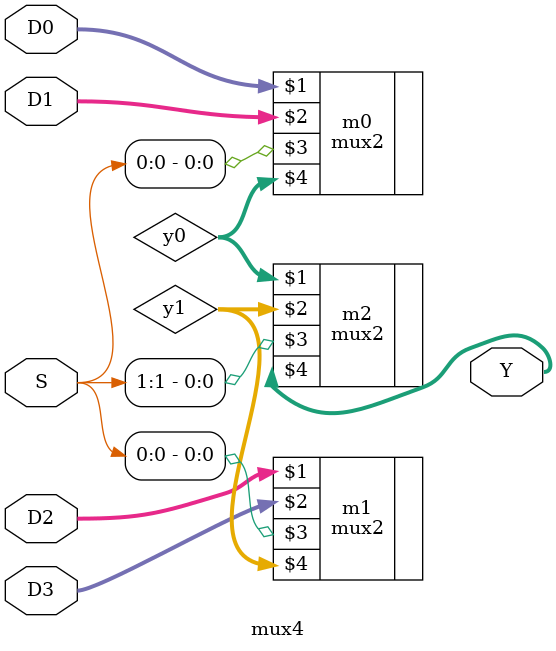
<source format=v>
module mux4(
  input [7:0]  D0, D1, D2, D3,
  input [1:0]  S,
  output [7:0] Y
);

  wire [7:0]   y0, y1;

  mux2 m0(D0, D1, S[0], y0);
  mux2 m1(D2, D3, S[0], y1);
  mux2 m2(y0, y1, S[1], Y);

endmodule

</source>
